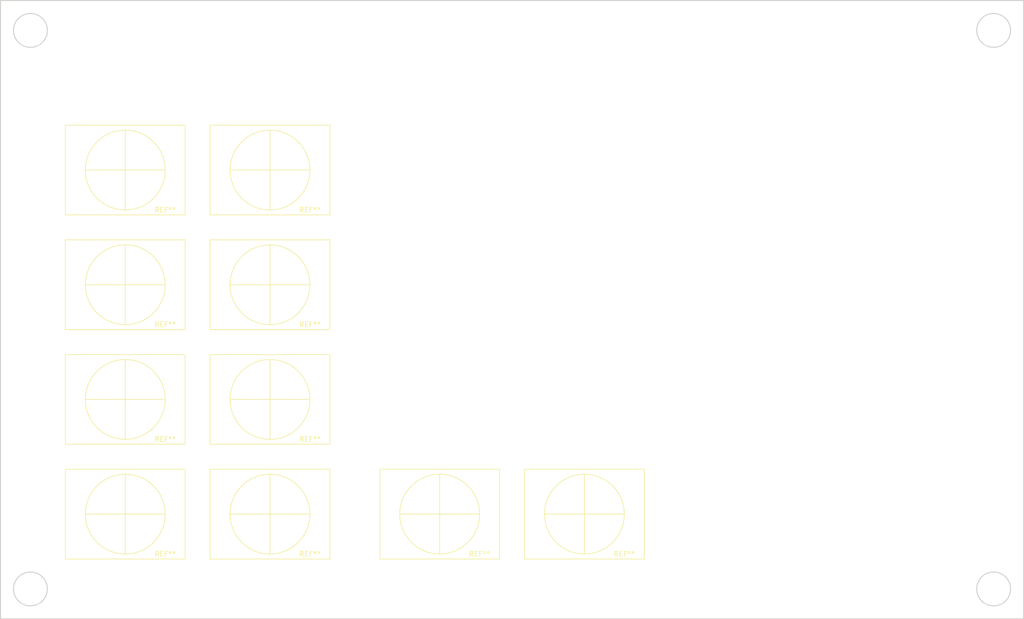
<source format=kicad_pcb>
(kicad_pcb (version 4) (host pcbnew 4.0.7)

  (general
    (links 0)
    (no_connects 0)
    (area 14.899999 14.899999 220.100001 139.100001)
    (thickness 1.6)
    (drawings 8)
    (tracks 0)
    (zones 0)
    (modules 10)
    (nets 1)
  )

  (page A4)
  (layers
    (0 F.Cu signal)
    (31 B.Cu signal)
    (32 B.Adhes user)
    (33 F.Adhes user)
    (34 B.Paste user)
    (35 F.Paste user)
    (36 B.SilkS user)
    (37 F.SilkS user)
    (38 B.Mask user)
    (39 F.Mask user)
    (40 Dwgs.User user)
    (41 Cmts.User user)
    (42 Eco1.User user)
    (43 Eco2.User user)
    (44 Edge.Cuts user)
    (45 Margin user)
    (46 B.CrtYd user)
    (47 F.CrtYd user)
    (48 B.Fab user)
    (49 F.Fab user)
  )

  (setup
    (last_trace_width 0.25)
    (trace_clearance 0.2)
    (zone_clearance 0.508)
    (zone_45_only no)
    (trace_min 0.2)
    (segment_width 0.2)
    (edge_width 0.2)
    (via_size 0.6)
    (via_drill 0.4)
    (via_min_size 0.4)
    (via_min_drill 0.3)
    (uvia_size 0.3)
    (uvia_drill 0.1)
    (uvias_allowed no)
    (uvia_min_size 0.2)
    (uvia_min_drill 0.1)
    (pcb_text_width 0.3)
    (pcb_text_size 1.5 1.5)
    (mod_edge_width 0.15)
    (mod_text_size 1 1)
    (mod_text_width 0.15)
    (pad_size 1.524 1.524)
    (pad_drill 0.762)
    (pad_to_mask_clearance 0.2)
    (aux_axis_origin 0 0)
    (visible_elements 7FFFFFFF)
    (pcbplotparams
      (layerselection 0x00020_00000000)
      (usegerberextensions false)
      (excludeedgelayer false)
      (linewidth 0.100000)
      (plotframeref false)
      (viasonmask false)
      (mode 1)
      (useauxorigin false)
      (hpglpennumber 1)
      (hpglpenspeed 20)
      (hpglpendiameter 15)
      (hpglpenoverlay 2)
      (psnegative false)
      (psa4output false)
      (plotreference false)
      (plotvalue false)
      (plotinvisibletext false)
      (padsonsilk false)
      (subtractmaskfromsilk false)
      (outputformat 4)
      (mirror false)
      (drillshape 0)
      (scaleselection 1)
      (outputdirectory ./))
  )

  (net 0 "")

  (net_class Default "This is the default net class."
    (clearance 0.2)
    (trace_width 0.25)
    (via_dia 0.6)
    (via_drill 0.4)
    (uvia_dia 0.3)
    (uvia_drill 0.1)
  )

  (module streamboard:button_footprint (layer F.Cu) (tedit 5F2F58C1) (tstamp 5F350124)
    (at 132 118)
    (fp_text reference REF** (at 8 8) (layer F.SilkS)
      (effects (font (size 1 1) (thickness 0.15)))
    )
    (fp_text value button_footprint (at 0 0) (layer F.Fab) hide
      (effects (font (size 1 1) (thickness 0.15)))
    )
    (fp_line (start -8 0) (end 8 0) (layer F.SilkS) (width 0.15))
    (fp_line (start 0 -8) (end 0 8) (layer F.SilkS) (width 0.15))
    (fp_line (start 12 -9) (end 12 9) (layer F.SilkS) (width 0.15))
    (fp_line (start 12 9) (end -12 9) (layer F.SilkS) (width 0.15))
    (fp_line (start -12 9) (end -12 -9) (layer F.SilkS) (width 0.15))
    (fp_line (start -12 -9) (end 12 -9) (layer F.SilkS) (width 0.15))
    (fp_circle (center 0 0) (end 0 8) (layer F.SilkS) (width 0.15))
  )

  (module streamboard:button_footprint (layer F.Cu) (tedit 5F2F58C1) (tstamp 5F350119)
    (at 103 118)
    (fp_text reference REF** (at 8 8) (layer F.SilkS)
      (effects (font (size 1 1) (thickness 0.15)))
    )
    (fp_text value button_footprint (at 0 0) (layer F.Fab) hide
      (effects (font (size 1 1) (thickness 0.15)))
    )
    (fp_line (start -8 0) (end 8 0) (layer F.SilkS) (width 0.15))
    (fp_line (start 0 -8) (end 0 8) (layer F.SilkS) (width 0.15))
    (fp_line (start 12 -9) (end 12 9) (layer F.SilkS) (width 0.15))
    (fp_line (start 12 9) (end -12 9) (layer F.SilkS) (width 0.15))
    (fp_line (start -12 9) (end -12 -9) (layer F.SilkS) (width 0.15))
    (fp_line (start -12 -9) (end 12 -9) (layer F.SilkS) (width 0.15))
    (fp_circle (center 0 0) (end 0 8) (layer F.SilkS) (width 0.15))
  )

  (module button_footprint (layer F.Cu) (tedit 5F2F58C1) (tstamp 5F34FFA8)
    (at 40 49)
    (fp_text reference REF** (at 8 8) (layer F.SilkS)
      (effects (font (size 1 1) (thickness 0.15)))
    )
    (fp_text value button_footprint (at 0 0) (layer F.Fab) hide
      (effects (font (size 1 1) (thickness 0.15)))
    )
    (fp_line (start -8 0) (end 8 0) (layer F.SilkS) (width 0.15))
    (fp_line (start 0 -8) (end 0 8) (layer F.SilkS) (width 0.15))
    (fp_line (start 12 -9) (end 12 9) (layer F.SilkS) (width 0.15))
    (fp_line (start 12 9) (end -12 9) (layer F.SilkS) (width 0.15))
    (fp_line (start -12 9) (end -12 -9) (layer F.SilkS) (width 0.15))
    (fp_line (start -12 -9) (end 12 -9) (layer F.SilkS) (width 0.15))
    (fp_circle (center 0 0) (end 0 8) (layer F.SilkS) (width 0.15))
  )

  (module streamboard:button_footprint (layer F.Cu) (tedit 5F2F58D2) (tstamp 5F34FFB4)
    (at 40 72)
    (fp_text reference REF** (at 8 8) (layer F.SilkS)
      (effects (font (size 1 1) (thickness 0.15)))
    )
    (fp_text value button_footprint (at 0 0) (layer F.Fab) hide
      (effects (font (size 1 1) (thickness 0.15)))
    )
    (fp_line (start -8 0) (end 8 0) (layer F.SilkS) (width 0.15))
    (fp_line (start 0 -8) (end 0 8) (layer F.SilkS) (width 0.15))
    (fp_line (start 12 -9) (end 12 9) (layer F.SilkS) (width 0.15))
    (fp_line (start 12 9) (end -12 9) (layer F.SilkS) (width 0.15))
    (fp_line (start -12 9) (end -12 -9) (layer F.SilkS) (width 0.15))
    (fp_line (start -12 -9) (end 12 -9) (layer F.SilkS) (width 0.15))
    (fp_circle (center 0 0) (end 0 8) (layer F.SilkS) (width 0.15))
  )

  (module streamboard:button_footprint (layer F.Cu) (tedit 5F2F58C1) (tstamp 5F350060)
    (at 40 95)
    (fp_text reference REF** (at 8 8) (layer F.SilkS)
      (effects (font (size 1 1) (thickness 0.15)))
    )
    (fp_text value button_footprint (at 0 0) (layer F.Fab) hide
      (effects (font (size 1 1) (thickness 0.15)))
    )
    (fp_line (start -8 0) (end 8 0) (layer F.SilkS) (width 0.15))
    (fp_line (start 0 -8) (end 0 8) (layer F.SilkS) (width 0.15))
    (fp_line (start 12 -9) (end 12 9) (layer F.SilkS) (width 0.15))
    (fp_line (start 12 9) (end -12 9) (layer F.SilkS) (width 0.15))
    (fp_line (start -12 9) (end -12 -9) (layer F.SilkS) (width 0.15))
    (fp_line (start -12 -9) (end 12 -9) (layer F.SilkS) (width 0.15))
    (fp_circle (center 0 0) (end 0 8) (layer F.SilkS) (width 0.15))
  )

  (module streamboard:button_footprint (layer F.Cu) (tedit 5F2F58C1) (tstamp 5F350075)
    (at 40 118)
    (fp_text reference REF** (at 8 8) (layer F.SilkS)
      (effects (font (size 1 1) (thickness 0.15)))
    )
    (fp_text value button_footprint (at 0 0) (layer F.Fab) hide
      (effects (font (size 1 1) (thickness 0.15)))
    )
    (fp_line (start -8 0) (end 8 0) (layer F.SilkS) (width 0.15))
    (fp_line (start 0 -8) (end 0 8) (layer F.SilkS) (width 0.15))
    (fp_line (start 12 -9) (end 12 9) (layer F.SilkS) (width 0.15))
    (fp_line (start 12 9) (end -12 9) (layer F.SilkS) (width 0.15))
    (fp_line (start -12 9) (end -12 -9) (layer F.SilkS) (width 0.15))
    (fp_line (start -12 -9) (end 12 -9) (layer F.SilkS) (width 0.15))
    (fp_circle (center 0 0) (end 0 8) (layer F.SilkS) (width 0.15))
  )

  (module streamboard:button_footprint (layer F.Cu) (tedit 5F2F58C1) (tstamp 5F3500B8)
    (at 69 49)
    (fp_text reference REF** (at 8 8) (layer F.SilkS)
      (effects (font (size 1 1) (thickness 0.15)))
    )
    (fp_text value button_footprint (at 0 0) (layer F.Fab) hide
      (effects (font (size 1 1) (thickness 0.15)))
    )
    (fp_line (start -8 0) (end 8 0) (layer F.SilkS) (width 0.15))
    (fp_line (start 0 -8) (end 0 8) (layer F.SilkS) (width 0.15))
    (fp_line (start 12 -9) (end 12 9) (layer F.SilkS) (width 0.15))
    (fp_line (start 12 9) (end -12 9) (layer F.SilkS) (width 0.15))
    (fp_line (start -12 9) (end -12 -9) (layer F.SilkS) (width 0.15))
    (fp_line (start -12 -9) (end 12 -9) (layer F.SilkS) (width 0.15))
    (fp_circle (center 0 0) (end 0 8) (layer F.SilkS) (width 0.15))
  )

  (module streamboard:button_footprint (layer F.Cu) (tedit 5F2F58C1) (tstamp 5F3500CD)
    (at 69 72)
    (fp_text reference REF** (at 8 8) (layer F.SilkS)
      (effects (font (size 1 1) (thickness 0.15)))
    )
    (fp_text value button_footprint (at 0 0) (layer F.Fab) hide
      (effects (font (size 1 1) (thickness 0.15)))
    )
    (fp_line (start -8 0) (end 8 0) (layer F.SilkS) (width 0.15))
    (fp_line (start 0 -8) (end 0 8) (layer F.SilkS) (width 0.15))
    (fp_line (start 12 -9) (end 12 9) (layer F.SilkS) (width 0.15))
    (fp_line (start 12 9) (end -12 9) (layer F.SilkS) (width 0.15))
    (fp_line (start -12 9) (end -12 -9) (layer F.SilkS) (width 0.15))
    (fp_line (start -12 -9) (end 12 -9) (layer F.SilkS) (width 0.15))
    (fp_circle (center 0 0) (end 0 8) (layer F.SilkS) (width 0.15))
  )

  (module streamboard:button_footprint (layer F.Cu) (tedit 5F2F58C1) (tstamp 5F3500E2)
    (at 69 95)
    (fp_text reference REF** (at 8 8) (layer F.SilkS)
      (effects (font (size 1 1) (thickness 0.15)))
    )
    (fp_text value button_footprint (at 0 0) (layer F.Fab) hide
      (effects (font (size 1 1) (thickness 0.15)))
    )
    (fp_line (start -8 0) (end 8 0) (layer F.SilkS) (width 0.15))
    (fp_line (start 0 -8) (end 0 8) (layer F.SilkS) (width 0.15))
    (fp_line (start 12 -9) (end 12 9) (layer F.SilkS) (width 0.15))
    (fp_line (start 12 9) (end -12 9) (layer F.SilkS) (width 0.15))
    (fp_line (start -12 9) (end -12 -9) (layer F.SilkS) (width 0.15))
    (fp_line (start -12 -9) (end 12 -9) (layer F.SilkS) (width 0.15))
    (fp_circle (center 0 0) (end 0 8) (layer F.SilkS) (width 0.15))
  )

  (module streamboard:button_footprint (layer F.Cu) (tedit 5F2F58C1) (tstamp 5F3500F7)
    (at 69 118)
    (fp_text reference REF** (at 8 8) (layer F.SilkS)
      (effects (font (size 1 1) (thickness 0.15)))
    )
    (fp_text value button_footprint (at 0 0) (layer F.Fab) hide
      (effects (font (size 1 1) (thickness 0.15)))
    )
    (fp_line (start -8 0) (end 8 0) (layer F.SilkS) (width 0.15))
    (fp_line (start 0 -8) (end 0 8) (layer F.SilkS) (width 0.15))
    (fp_line (start 12 -9) (end 12 9) (layer F.SilkS) (width 0.15))
    (fp_line (start 12 9) (end -12 9) (layer F.SilkS) (width 0.15))
    (fp_line (start -12 9) (end -12 -9) (layer F.SilkS) (width 0.15))
    (fp_line (start -12 -9) (end 12 -9) (layer F.SilkS) (width 0.15))
    (fp_circle (center 0 0) (end 0 8) (layer F.SilkS) (width 0.15))
  )

  (gr_circle (center 214 133) (end 216.4 135.4) (layer Edge.Cuts) (width 0.2) (tstamp 5F2F47DC))
  (gr_circle (center 21 133) (end 23.4 135.4) (layer Edge.Cuts) (width 0.2) (tstamp 5F2F47BC))
  (gr_circle (center 214 21) (end 216.4 23.4) (layer Edge.Cuts) (width 0.2) (tstamp 5F2F474D))
  (gr_circle (center 21 21) (end 23.4 23.4) (layer Edge.Cuts) (width 0.2))
  (gr_line (start 15 139) (end 220 139) (angle 90) (layer Edge.Cuts) (width 0.2) (tstamp 5F2F41A4))
  (gr_line (start 15 15) (end 15 139) (angle 90) (layer Edge.Cuts) (width 0.2) (tstamp 5F2F4190))
  (gr_line (start 220 15) (end 220 139) (angle 90) (layer Edge.Cuts) (width 0.2))
  (gr_line (start 15 15) (end 220 15) (angle 90) (layer Edge.Cuts) (width 0.2))

)

</source>
